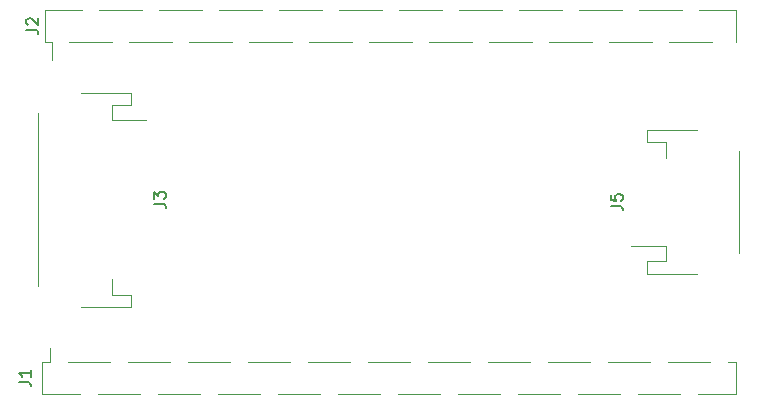
<source format=gbr>
%TF.GenerationSoftware,KiCad,Pcbnew,(5.1.10-1-10_14)*%
%TF.CreationDate,2021-06-10T15:38:12+08:00*%
%TF.ProjectId,ultrasonic,756c7472-6173-46f6-9e69-632e6b696361,rev?*%
%TF.SameCoordinates,Original*%
%TF.FileFunction,Legend,Top*%
%TF.FilePolarity,Positive*%
%FSLAX46Y46*%
G04 Gerber Fmt 4.6, Leading zero omitted, Abs format (unit mm)*
G04 Created by KiCad (PCBNEW (5.1.10-1-10_14)) date 2021-06-10 15:38:12*
%MOMM*%
%LPD*%
G01*
G04 APERTURE LIST*
%ADD10C,0.120000*%
%ADD11C,0.150000*%
G04 APERTURE END LIST*
D10*
%TO.C,J1*%
X51130000Y-127830000D02*
X51130000Y-125170000D01*
X51130000Y-125170000D02*
X51800000Y-125170000D01*
X53320000Y-125170000D02*
X56880000Y-125170000D01*
X58400000Y-125170000D02*
X61960000Y-125170000D01*
X63480000Y-125170000D02*
X67040000Y-125170000D01*
X68560000Y-125170000D02*
X72120000Y-125170000D01*
X73640000Y-125170000D02*
X77200000Y-125170000D01*
X78720000Y-125170000D02*
X82280000Y-125170000D01*
X83800000Y-125170000D02*
X87360000Y-125170000D01*
X88880000Y-125170000D02*
X92440000Y-125170000D01*
X93960000Y-125170000D02*
X97520000Y-125170000D01*
X99040000Y-125170000D02*
X102600000Y-125170000D01*
X104120000Y-125170000D02*
X107680000Y-125170000D01*
X109200000Y-125170000D02*
X109870000Y-125170000D01*
X109870000Y-127830000D02*
X109870000Y-125170000D01*
X51130000Y-127830000D02*
X54340000Y-127830000D01*
X55860000Y-127830000D02*
X59420000Y-127830000D01*
X60940000Y-127830000D02*
X64500000Y-127830000D01*
X66020000Y-127830000D02*
X69580000Y-127830000D01*
X71100000Y-127830000D02*
X74660000Y-127830000D01*
X76180000Y-127830000D02*
X79740000Y-127830000D01*
X81260000Y-127830000D02*
X84820000Y-127830000D01*
X86340000Y-127830000D02*
X89900000Y-127830000D01*
X91420000Y-127830000D02*
X94980000Y-127830000D01*
X96500000Y-127830000D02*
X100060000Y-127830000D01*
X101580000Y-127830000D02*
X105140000Y-127830000D01*
X106660000Y-127830000D02*
X109870000Y-127830000D01*
X51800000Y-125170000D02*
X51800000Y-123960000D01*
%TO.C,J2*%
X51330000Y-98030000D02*
X51330000Y-95370000D01*
X109870000Y-98030000D02*
X109870000Y-95370000D01*
X51330000Y-95370000D02*
X54440000Y-95370000D01*
X51900000Y-98030000D02*
X51900000Y-99550000D01*
X51330000Y-98030000D02*
X51900000Y-98030000D01*
X109300000Y-95370000D02*
X109870000Y-95370000D01*
X55960000Y-95370000D02*
X59520000Y-95370000D01*
X61040000Y-95370000D02*
X64600000Y-95370000D01*
X66120000Y-95370000D02*
X69680000Y-95370000D01*
X71200000Y-95370000D02*
X74760000Y-95370000D01*
X76280000Y-95370000D02*
X79840000Y-95370000D01*
X81360000Y-95370000D02*
X84920000Y-95370000D01*
X86440000Y-95370000D02*
X90000000Y-95370000D01*
X91520000Y-95370000D02*
X95080000Y-95370000D01*
X96600000Y-95370000D02*
X100160000Y-95370000D01*
X101680000Y-95370000D02*
X105240000Y-95370000D01*
X106760000Y-95370000D02*
X109870000Y-95370000D01*
X53420000Y-98030000D02*
X56980000Y-98030000D01*
X58500000Y-98030000D02*
X62060000Y-98030000D01*
X63580000Y-98030000D02*
X67140000Y-98030000D01*
X68660000Y-98030000D02*
X72220000Y-98030000D01*
X73740000Y-98030000D02*
X77300000Y-98030000D01*
X78820000Y-98030000D02*
X82380000Y-98030000D01*
X83900000Y-98030000D02*
X87460000Y-98030000D01*
X88980000Y-98030000D02*
X92540000Y-98030000D01*
X94060000Y-98030000D02*
X97620000Y-98030000D01*
X99140000Y-98030000D02*
X102700000Y-98030000D01*
X104220000Y-98030000D02*
X107780000Y-98030000D01*
%TO.C,J5*%
X110110000Y-115940000D02*
X110110000Y-107260000D01*
X103890000Y-106560000D02*
X103890000Y-107840000D01*
X102290000Y-106560000D02*
X103890000Y-106560000D01*
X102290000Y-105540000D02*
X102290000Y-106560000D01*
X106540000Y-105540000D02*
X102290000Y-105540000D01*
X103890000Y-115360000D02*
X101000000Y-115360000D01*
X103890000Y-116640000D02*
X103890000Y-115360000D01*
X102290000Y-116640000D02*
X103890000Y-116640000D01*
X102290000Y-117660000D02*
X102290000Y-116640000D01*
X106540000Y-117660000D02*
X102290000Y-117660000D01*
%TO.C,J3*%
X50790000Y-104060000D02*
X50790000Y-118740000D01*
X57010000Y-119440000D02*
X57010000Y-118160000D01*
X58610000Y-119440000D02*
X57010000Y-119440000D01*
X58610000Y-120460000D02*
X58610000Y-119440000D01*
X54360000Y-120460000D02*
X58610000Y-120460000D01*
X57010000Y-104640000D02*
X59900000Y-104640000D01*
X57010000Y-103360000D02*
X57010000Y-104640000D01*
X58610000Y-103360000D02*
X57010000Y-103360000D01*
X58610000Y-102340000D02*
X58610000Y-103360000D01*
X54360000Y-102340000D02*
X58610000Y-102340000D01*
%TO.C,J1*%
D11*
X49142380Y-126833333D02*
X49856666Y-126833333D01*
X49999523Y-126880952D01*
X50094761Y-126976190D01*
X50142380Y-127119047D01*
X50142380Y-127214285D01*
X50142380Y-125833333D02*
X50142380Y-126404761D01*
X50142380Y-126119047D02*
X49142380Y-126119047D01*
X49285238Y-126214285D01*
X49380476Y-126309523D01*
X49428095Y-126404761D01*
%TO.C,J2*%
X49782380Y-97033333D02*
X50496666Y-97033333D01*
X50639523Y-97080952D01*
X50734761Y-97176190D01*
X50782380Y-97319047D01*
X50782380Y-97414285D01*
X49877619Y-96604761D02*
X49830000Y-96557142D01*
X49782380Y-96461904D01*
X49782380Y-96223809D01*
X49830000Y-96128571D01*
X49877619Y-96080952D01*
X49972857Y-96033333D01*
X50068095Y-96033333D01*
X50210952Y-96080952D01*
X50782380Y-96652380D01*
X50782380Y-96033333D01*
%TO.C,J5*%
X99252380Y-111933333D02*
X99966666Y-111933333D01*
X100109523Y-111980952D01*
X100204761Y-112076190D01*
X100252380Y-112219047D01*
X100252380Y-112314285D01*
X99252380Y-110980952D02*
X99252380Y-111457142D01*
X99728571Y-111504761D01*
X99680952Y-111457142D01*
X99633333Y-111361904D01*
X99633333Y-111123809D01*
X99680952Y-111028571D01*
X99728571Y-110980952D01*
X99823809Y-110933333D01*
X100061904Y-110933333D01*
X100157142Y-110980952D01*
X100204761Y-111028571D01*
X100252380Y-111123809D01*
X100252380Y-111361904D01*
X100204761Y-111457142D01*
X100157142Y-111504761D01*
%TO.C,J3*%
X60552380Y-111733333D02*
X61266666Y-111733333D01*
X61409523Y-111780952D01*
X61504761Y-111876190D01*
X61552380Y-112019047D01*
X61552380Y-112114285D01*
X60552380Y-111352380D02*
X60552380Y-110733333D01*
X60933333Y-111066666D01*
X60933333Y-110923809D01*
X60980952Y-110828571D01*
X61028571Y-110780952D01*
X61123809Y-110733333D01*
X61361904Y-110733333D01*
X61457142Y-110780952D01*
X61504761Y-110828571D01*
X61552380Y-110923809D01*
X61552380Y-111209523D01*
X61504761Y-111304761D01*
X61457142Y-111352380D01*
%TD*%
M02*

</source>
